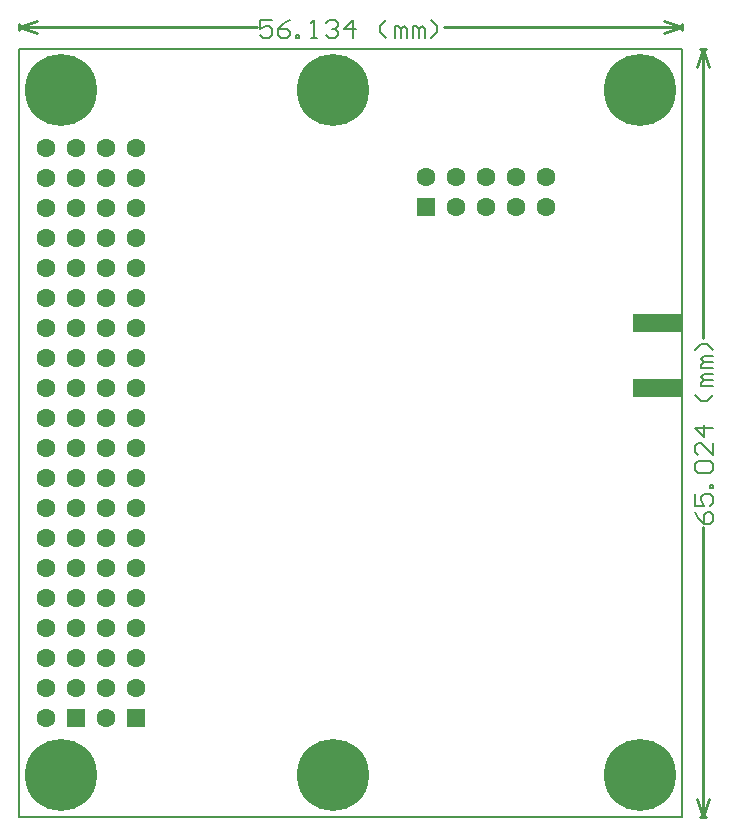
<source format=gbs>
G04 Layer_Color=16711935*
%FSLAX44Y44*%
%MOMM*%
G71*
G01*
G75*
%ADD42C,0.2540*%
%ADD44C,0.1778*%
%ADD53C,0.1524*%
%ADD110R,4.0500X1.6000*%
%ADD123R,1.6016X1.6016*%
%ADD124C,1.6016*%
%ADD125R,1.6016X1.6016*%
%ADD126C,6.1016*%
D42*
X891286Y370840D02*
Y615721D01*
Y776199D02*
Y1021080D01*
X886206Y386080D02*
X891286Y370840D01*
X896366Y386080D01*
X886206Y1005840D02*
X891286Y1021080D01*
X896366Y1005840D01*
X888746Y370840D02*
X893826D01*
X888746Y1021080D02*
X893826D01*
X312420Y1038987D02*
X514120D01*
X672060D02*
X873760D01*
X312420D02*
X327660Y1044067D01*
X312420Y1038987D02*
X327660Y1033907D01*
X858520Y1044067D02*
X873760Y1038987D01*
X858520Y1033907D02*
X873760Y1038987D01*
X312420Y1036447D02*
Y1041527D01*
X873760Y1036447D02*
Y1041527D01*
D44*
Y370840D02*
Y1021080D01*
X312420D02*
X873760D01*
X312420Y370840D02*
Y1021080D01*
Y370840D02*
X873760D01*
D53*
X885192Y628417D02*
X887732Y623339D01*
X892810Y618261D01*
X897888D01*
X900427Y620800D01*
Y625878D01*
X897888Y628417D01*
X895349D01*
X892810Y625878D01*
Y618261D01*
X885192Y643652D02*
Y633496D01*
X892810D01*
X890271Y638574D01*
Y641113D01*
X892810Y643652D01*
X897888D01*
X900427Y641113D01*
Y636035D01*
X897888Y633496D01*
X900427Y648731D02*
X897888D01*
Y651270D01*
X900427D01*
Y648731D01*
X887732Y661427D02*
X885192Y663966D01*
Y669044D01*
X887732Y671583D01*
X897888D01*
X900427Y669044D01*
Y663966D01*
X897888Y661427D01*
X887732D01*
X900427Y686818D02*
Y676662D01*
X890271Y686818D01*
X887732D01*
X885192Y684279D01*
Y679201D01*
X887732Y676662D01*
X900427Y699514D02*
X885192D01*
X892810Y691897D01*
Y702054D01*
X900427Y727445D02*
X895349Y722367D01*
X890271D01*
X885192Y727445D01*
X900427Y735063D02*
X890271D01*
Y737602D01*
X892810Y740141D01*
X900427D01*
X892810D01*
X890271Y742680D01*
X892810Y745220D01*
X900427D01*
Y750298D02*
X890271D01*
Y752837D01*
X892810Y755376D01*
X900427D01*
X892810D01*
X890271Y757915D01*
X892810Y760455D01*
X900427D01*
Y765533D02*
X895349Y770611D01*
X890271D01*
X885192Y765533D01*
X526817Y1045080D02*
X516660D01*
Y1037463D01*
X521739Y1040002D01*
X524278D01*
X526817Y1037463D01*
Y1032385D01*
X524278Y1029846D01*
X519199D01*
X516660Y1032385D01*
X542052Y1045080D02*
X536974Y1042541D01*
X531895Y1037463D01*
Y1032385D01*
X534435Y1029846D01*
X539513D01*
X542052Y1032385D01*
Y1034924D01*
X539513Y1037463D01*
X531895D01*
X547130Y1029846D02*
Y1032385D01*
X549670D01*
Y1029846D01*
X547130D01*
X559826D02*
X564905D01*
X562365D01*
Y1045080D01*
X559826Y1042541D01*
X572522D02*
X575061Y1045080D01*
X580140D01*
X582679Y1042541D01*
Y1040002D01*
X580140Y1037463D01*
X577601D01*
X580140D01*
X582679Y1034924D01*
Y1032385D01*
X580140Y1029846D01*
X575061D01*
X572522Y1032385D01*
X595375Y1029846D02*
Y1045080D01*
X587757Y1037463D01*
X597914D01*
X623306Y1029846D02*
X618227Y1034924D01*
Y1040002D01*
X623306Y1045080D01*
X630923Y1029846D02*
Y1040002D01*
X633462D01*
X636002Y1037463D01*
Y1029846D01*
Y1037463D01*
X638541Y1040002D01*
X641080Y1037463D01*
Y1029846D01*
X646158D02*
Y1040002D01*
X648698D01*
X651237Y1037463D01*
Y1029846D01*
Y1037463D01*
X653776Y1040002D01*
X656315Y1037463D01*
Y1029846D01*
X661393D02*
X666472Y1034924D01*
Y1040002D01*
X661393Y1045080D01*
D110*
X852750Y788700D02*
D03*
Y733300D02*
D03*
D123*
X360680Y454660D02*
D03*
X411480D02*
D03*
D124*
X335280D02*
D03*
X360680Y480060D02*
D03*
X335280D02*
D03*
X360680Y505460D02*
D03*
X335280D02*
D03*
X360680Y530860D02*
D03*
X335280D02*
D03*
X360680Y556260D02*
D03*
X335280D02*
D03*
X360680Y581660D02*
D03*
X335280D02*
D03*
X360680Y607060D02*
D03*
X335280D02*
D03*
X360680Y632460D02*
D03*
X335280D02*
D03*
X360680Y657860D02*
D03*
X335280D02*
D03*
X360680Y683260D02*
D03*
X335280D02*
D03*
X360680Y708660D02*
D03*
X335280D02*
D03*
X360680Y734060D02*
D03*
X335280D02*
D03*
X360680Y759460D02*
D03*
X335280D02*
D03*
X360680Y784860D02*
D03*
X335280D02*
D03*
X360680Y810260D02*
D03*
X335280D02*
D03*
X360680Y835660D02*
D03*
X335280D02*
D03*
X360680Y861060D02*
D03*
X335280D02*
D03*
X360680Y886460D02*
D03*
X335280D02*
D03*
X360680Y911860D02*
D03*
X335280D02*
D03*
X360680Y937260D02*
D03*
X335280D02*
D03*
X386080Y454660D02*
D03*
X411480Y480060D02*
D03*
X386080D02*
D03*
X411480Y505460D02*
D03*
X386080D02*
D03*
X411480Y530860D02*
D03*
X386080D02*
D03*
X411480Y556260D02*
D03*
X386080D02*
D03*
X411480Y581660D02*
D03*
X386080D02*
D03*
X411480Y607060D02*
D03*
X386080D02*
D03*
X411480Y632460D02*
D03*
X386080D02*
D03*
X411480Y657860D02*
D03*
X386080D02*
D03*
X411480Y683260D02*
D03*
X386080D02*
D03*
X411480Y708660D02*
D03*
X386080D02*
D03*
X411480Y734060D02*
D03*
X386080D02*
D03*
X411480Y759460D02*
D03*
X386080D02*
D03*
X411480Y784860D02*
D03*
X386080D02*
D03*
X411480Y810260D02*
D03*
X386080D02*
D03*
X411480Y835660D02*
D03*
X386080D02*
D03*
X411480Y861060D02*
D03*
X386080D02*
D03*
X411480Y886460D02*
D03*
X386080D02*
D03*
X411480Y911860D02*
D03*
X386080D02*
D03*
X411480Y937260D02*
D03*
X386080D02*
D03*
X759050Y912250D02*
D03*
Y886850D02*
D03*
X733650Y912250D02*
D03*
Y886850D02*
D03*
X708250Y912250D02*
D03*
Y886850D02*
D03*
X682850Y912250D02*
D03*
Y886850D02*
D03*
X657450Y912250D02*
D03*
D125*
Y886850D02*
D03*
D126*
X837979Y406020D02*
D03*
Y985980D02*
D03*
X577980Y406020D02*
D03*
Y985980D02*
D03*
X347980D02*
D03*
Y406020D02*
D03*
M02*

</source>
